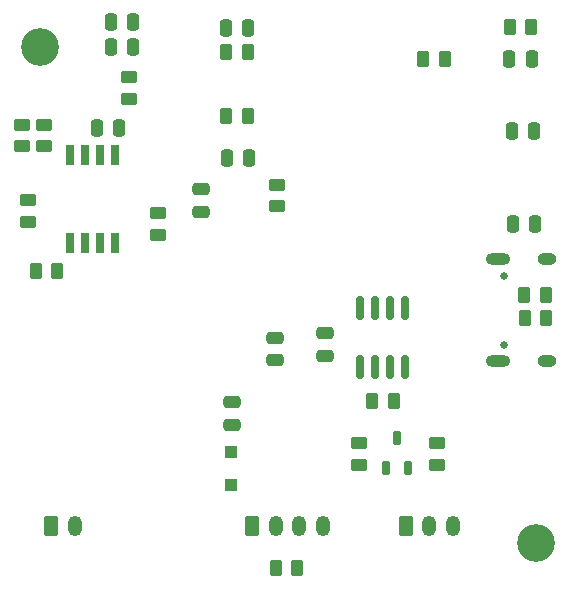
<source format=gbs>
G04 #@! TF.GenerationSoftware,KiCad,Pcbnew,9.0.5*
G04 #@! TF.CreationDate,2025-10-15T09:52:21+02:00*
G04 #@! TF.ProjectId,KleverLogger,4b6c6576-6572-44c6-9f67-6765722e6b69,rev?*
G04 #@! TF.SameCoordinates,Original*
G04 #@! TF.FileFunction,Soldermask,Bot*
G04 #@! TF.FilePolarity,Negative*
%FSLAX46Y46*%
G04 Gerber Fmt 4.6, Leading zero omitted, Abs format (unit mm)*
G04 Created by KiCad (PCBNEW 9.0.5) date 2025-10-15 09:52:21*
%MOMM*%
%LPD*%
G01*
G04 APERTURE LIST*
G04 Aperture macros list*
%AMRoundRect*
0 Rectangle with rounded corners*
0 $1 Rounding radius*
0 $2 $3 $4 $5 $6 $7 $8 $9 X,Y pos of 4 corners*
0 Add a 4 corners polygon primitive as box body*
4,1,4,$2,$3,$4,$5,$6,$7,$8,$9,$2,$3,0*
0 Add four circle primitives for the rounded corners*
1,1,$1+$1,$2,$3*
1,1,$1+$1,$4,$5*
1,1,$1+$1,$6,$7*
1,1,$1+$1,$8,$9*
0 Add four rect primitives between the rounded corners*
20,1,$1+$1,$2,$3,$4,$5,0*
20,1,$1+$1,$4,$5,$6,$7,0*
20,1,$1+$1,$6,$7,$8,$9,0*
20,1,$1+$1,$8,$9,$2,$3,0*%
G04 Aperture macros list end*
%ADD10C,3.200000*%
%ADD11RoundRect,0.250000X-0.350000X-0.625000X0.350000X-0.625000X0.350000X0.625000X-0.350000X0.625000X0*%
%ADD12O,1.200000X1.750000*%
%ADD13C,0.650000*%
%ADD14O,2.100000X1.000000*%
%ADD15O,1.600000X1.000000*%
%ADD16RoundRect,0.250000X0.262500X0.450000X-0.262500X0.450000X-0.262500X-0.450000X0.262500X-0.450000X0*%
%ADD17RoundRect,0.250000X-0.300000X0.300000X-0.300000X-0.300000X0.300000X-0.300000X0.300000X0.300000X0*%
%ADD18RoundRect,0.250000X-0.250000X-0.475000X0.250000X-0.475000X0.250000X0.475000X-0.250000X0.475000X0*%
%ADD19RoundRect,0.250000X0.475000X-0.250000X0.475000X0.250000X-0.475000X0.250000X-0.475000X-0.250000X0*%
%ADD20RoundRect,0.162500X0.162500X-0.447500X0.162500X0.447500X-0.162500X0.447500X-0.162500X-0.447500X0*%
%ADD21RoundRect,0.250000X0.250000X0.475000X-0.250000X0.475000X-0.250000X-0.475000X0.250000X-0.475000X0*%
%ADD22R,0.800000X1.700000*%
%ADD23RoundRect,0.250000X-0.450000X0.262500X-0.450000X-0.262500X0.450000X-0.262500X0.450000X0.262500X0*%
%ADD24RoundRect,0.250000X0.450000X-0.262500X0.450000X0.262500X-0.450000X0.262500X-0.450000X-0.262500X0*%
%ADD25RoundRect,0.250000X-0.262500X-0.450000X0.262500X-0.450000X0.262500X0.450000X-0.262500X0.450000X0*%
%ADD26RoundRect,0.150000X-0.150000X0.825000X-0.150000X-0.825000X0.150000X-0.825000X0.150000X0.825000X0*%
G04 APERTURE END LIST*
D10*
G04 #@! TO.C,H2*
X106000000Y-136000000D03*
G04 #@! TD*
D11*
G04 #@! TO.C,J7*
X95000000Y-134550000D03*
D12*
X97000000Y-134550000D03*
X99000000Y-134550000D03*
G04 #@! TD*
D11*
G04 #@! TO.C,J1*
X82000000Y-134550000D03*
D12*
X84000000Y-134550000D03*
X86000000Y-134550000D03*
X88000000Y-134550000D03*
G04 #@! TD*
D10*
G04 #@! TO.C,H1*
X64000000Y-94000000D03*
G04 #@! TD*
D11*
G04 #@! TO.C,J2*
X65000000Y-134550000D03*
D12*
X67000000Y-134550000D03*
G04 #@! TD*
D13*
G04 #@! TO.C,J5*
X103350000Y-119210000D03*
X103350000Y-113430000D03*
D14*
X102820000Y-120640000D03*
D15*
X107000000Y-120640000D03*
D14*
X102820000Y-112000000D03*
D15*
X107000000Y-112000000D03*
G04 #@! TD*
D16*
G04 #@! TO.C,R6*
X85812500Y-138100000D03*
X83987500Y-138100000D03*
G04 #@! TD*
D17*
G04 #@! TO.C,D4*
X80200000Y-128300000D03*
X80200000Y-131100000D03*
G04 #@! TD*
D18*
G04 #@! TO.C,C7*
X104000000Y-101100000D03*
X105900000Y-101100000D03*
G04 #@! TD*
D19*
G04 #@! TO.C,C2*
X83900000Y-120550000D03*
X83900000Y-118650000D03*
G04 #@! TD*
D20*
G04 #@! TO.C,D2*
X95200000Y-129700000D03*
X93300000Y-129700000D03*
X94250000Y-127080000D03*
G04 #@! TD*
D21*
G04 #@! TO.C,C9*
X71950000Y-94000000D03*
X70050000Y-94000000D03*
G04 #@! TD*
G04 #@! TO.C,C5*
X70750000Y-100900000D03*
X68850000Y-100900000D03*
G04 #@! TD*
D18*
G04 #@! TO.C,C3*
X103750000Y-95000000D03*
X105650000Y-95000000D03*
G04 #@! TD*
D19*
G04 #@! TO.C,C12*
X77700000Y-107950000D03*
X77700000Y-106050000D03*
G04 #@! TD*
D22*
G04 #@! TO.C,U4*
X70405000Y-110600000D03*
X69135000Y-110600000D03*
X67865000Y-110600000D03*
X66595000Y-110600000D03*
X66595000Y-103200000D03*
X67865000Y-103200000D03*
X69135000Y-103200000D03*
X70405000Y-103200000D03*
G04 #@! TD*
D23*
G04 #@! TO.C,R13*
X71600000Y-96587500D03*
X71600000Y-98412500D03*
G04 #@! TD*
D19*
G04 #@! TO.C,C1*
X80300000Y-126000000D03*
X80300000Y-124100000D03*
G04 #@! TD*
D24*
G04 #@! TO.C,R14*
X63000000Y-108812500D03*
X63000000Y-106987500D03*
G04 #@! TD*
D19*
G04 #@! TO.C,C4*
X88200000Y-120150000D03*
X88200000Y-118250000D03*
G04 #@! TD*
D16*
G04 #@! TO.C,R3*
X98312500Y-95000000D03*
X96487500Y-95000000D03*
G04 #@! TD*
D25*
G04 #@! TO.C,R4*
X63687500Y-113000000D03*
X65512500Y-113000000D03*
G04 #@! TD*
D18*
G04 #@! TO.C,C13*
X79850000Y-103400000D03*
X81750000Y-103400000D03*
G04 #@! TD*
D25*
G04 #@! TO.C,R8*
X105037500Y-115000000D03*
X106862500Y-115000000D03*
G04 #@! TD*
D16*
G04 #@! TO.C,R10*
X94012500Y-124000000D03*
X92187500Y-124000000D03*
G04 #@! TD*
G04 #@! TO.C,R5*
X81612500Y-99900000D03*
X79787500Y-99900000D03*
G04 #@! TD*
D23*
G04 #@! TO.C,R12*
X91050000Y-127577500D03*
X91050000Y-129402500D03*
G04 #@! TD*
G04 #@! TO.C,R16*
X64400000Y-100587500D03*
X64400000Y-102412500D03*
G04 #@! TD*
G04 #@! TO.C,R15*
X62500000Y-100587500D03*
X62500000Y-102412500D03*
G04 #@! TD*
G04 #@! TO.C,R11*
X97650000Y-127577500D03*
X97650000Y-129402500D03*
G04 #@! TD*
D26*
G04 #@! TO.C,U5*
X91095000Y-116125000D03*
X92365000Y-116125000D03*
X93635000Y-116125000D03*
X94905000Y-116125000D03*
X94905000Y-121075000D03*
X93635000Y-121075000D03*
X92365000Y-121075000D03*
X91095000Y-121075000D03*
G04 #@! TD*
D21*
G04 #@! TO.C,C10*
X71950000Y-91900000D03*
X70050000Y-91900000D03*
G04 #@! TD*
D23*
G04 #@! TO.C,R1*
X84100000Y-105687500D03*
X84100000Y-107512500D03*
G04 #@! TD*
G04 #@! TO.C,R7*
X74000000Y-108087500D03*
X74000000Y-109912500D03*
G04 #@! TD*
D18*
G04 #@! TO.C,C6*
X104050000Y-109000000D03*
X105950000Y-109000000D03*
G04 #@! TD*
D25*
G04 #@! TO.C,R17*
X103787500Y-92300000D03*
X105612500Y-92300000D03*
G04 #@! TD*
G04 #@! TO.C,R2*
X79787500Y-94400000D03*
X81612500Y-94400000D03*
G04 #@! TD*
G04 #@! TO.C,R9*
X105087500Y-117000000D03*
X106912500Y-117000000D03*
G04 #@! TD*
D18*
G04 #@! TO.C,C11*
X79750000Y-92400000D03*
X81650000Y-92400000D03*
G04 #@! TD*
M02*

</source>
